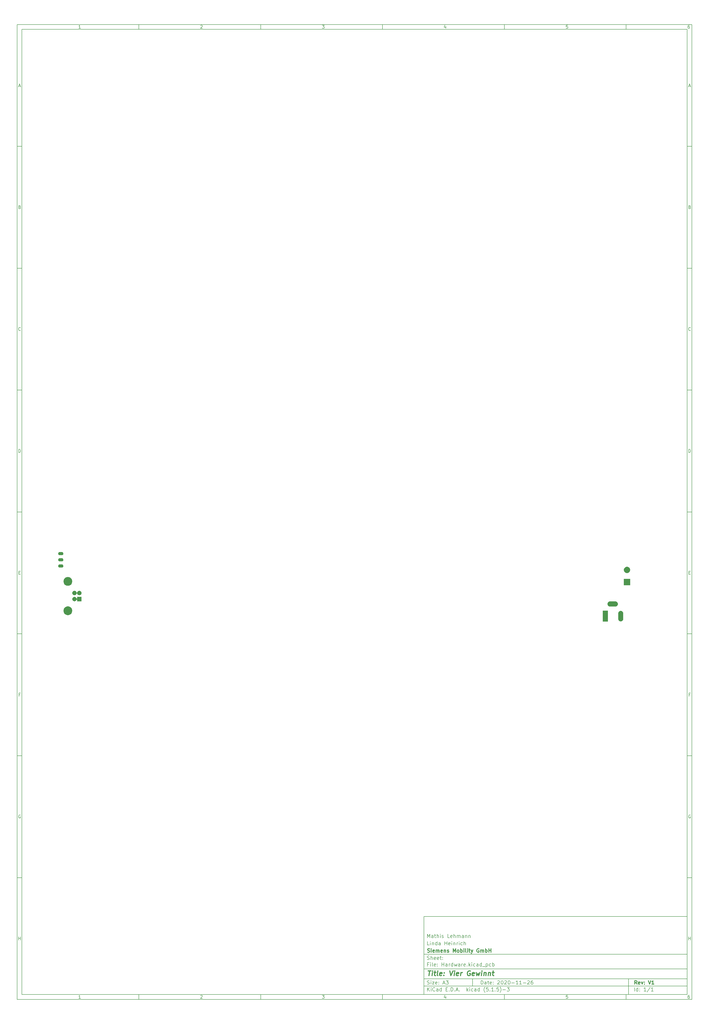
<source format=gbr>
G04 #@! TF.GenerationSoftware,KiCad,Pcbnew,(5.1.5)-3*
G04 #@! TF.CreationDate,2020-12-16T10:40:52+01:00*
G04 #@! TF.ProjectId,Hardware,48617264-7761-4726-952e-6b696361645f,V1*
G04 #@! TF.SameCoordinates,Original*
G04 #@! TF.FileFunction,Soldermask,Bot*
G04 #@! TF.FilePolarity,Negative*
%FSLAX46Y46*%
G04 Gerber Fmt 4.6, Leading zero omitted, Abs format (unit mm)*
G04 Created by KiCad (PCBNEW (5.1.5)-3) date 2020-12-16 10:40:52*
%MOMM*%
%LPD*%
G04 APERTURE LIST*
%ADD10C,0.100000*%
%ADD11C,0.150000*%
%ADD12C,0.300000*%
%ADD13C,0.400000*%
G04 APERTURE END LIST*
D10*
D11*
X177002200Y-375989000D02*
X177002200Y-407989000D01*
X285002200Y-407989000D01*
X285002200Y-375989000D01*
X177002200Y-375989000D01*
D10*
D11*
X10000000Y-10000000D02*
X10000000Y-409989000D01*
X287002200Y-409989000D01*
X287002200Y-10000000D01*
X10000000Y-10000000D01*
D10*
D11*
X12000000Y-12000000D02*
X12000000Y-407989000D01*
X285002200Y-407989000D01*
X285002200Y-12000000D01*
X12000000Y-12000000D01*
D10*
D11*
X60000000Y-12000000D02*
X60000000Y-10000000D01*
D10*
D11*
X110000000Y-12000000D02*
X110000000Y-10000000D01*
D10*
D11*
X160000000Y-12000000D02*
X160000000Y-10000000D01*
D10*
D11*
X210000000Y-12000000D02*
X210000000Y-10000000D01*
D10*
D11*
X260000000Y-12000000D02*
X260000000Y-10000000D01*
D10*
D11*
X36065476Y-11588095D02*
X35322619Y-11588095D01*
X35694047Y-11588095D02*
X35694047Y-10288095D01*
X35570238Y-10473809D01*
X35446428Y-10597619D01*
X35322619Y-10659523D01*
D10*
D11*
X85322619Y-10411904D02*
X85384523Y-10350000D01*
X85508333Y-10288095D01*
X85817857Y-10288095D01*
X85941666Y-10350000D01*
X86003571Y-10411904D01*
X86065476Y-10535714D01*
X86065476Y-10659523D01*
X86003571Y-10845238D01*
X85260714Y-11588095D01*
X86065476Y-11588095D01*
D10*
D11*
X135260714Y-10288095D02*
X136065476Y-10288095D01*
X135632142Y-10783333D01*
X135817857Y-10783333D01*
X135941666Y-10845238D01*
X136003571Y-10907142D01*
X136065476Y-11030952D01*
X136065476Y-11340476D01*
X136003571Y-11464285D01*
X135941666Y-11526190D01*
X135817857Y-11588095D01*
X135446428Y-11588095D01*
X135322619Y-11526190D01*
X135260714Y-11464285D01*
D10*
D11*
X185941666Y-10721428D02*
X185941666Y-11588095D01*
X185632142Y-10226190D02*
X185322619Y-11154761D01*
X186127380Y-11154761D01*
D10*
D11*
X236003571Y-10288095D02*
X235384523Y-10288095D01*
X235322619Y-10907142D01*
X235384523Y-10845238D01*
X235508333Y-10783333D01*
X235817857Y-10783333D01*
X235941666Y-10845238D01*
X236003571Y-10907142D01*
X236065476Y-11030952D01*
X236065476Y-11340476D01*
X236003571Y-11464285D01*
X235941666Y-11526190D01*
X235817857Y-11588095D01*
X235508333Y-11588095D01*
X235384523Y-11526190D01*
X235322619Y-11464285D01*
D10*
D11*
X285941666Y-10288095D02*
X285694047Y-10288095D01*
X285570238Y-10350000D01*
X285508333Y-10411904D01*
X285384523Y-10597619D01*
X285322619Y-10845238D01*
X285322619Y-11340476D01*
X285384523Y-11464285D01*
X285446428Y-11526190D01*
X285570238Y-11588095D01*
X285817857Y-11588095D01*
X285941666Y-11526190D01*
X286003571Y-11464285D01*
X286065476Y-11340476D01*
X286065476Y-11030952D01*
X286003571Y-10907142D01*
X285941666Y-10845238D01*
X285817857Y-10783333D01*
X285570238Y-10783333D01*
X285446428Y-10845238D01*
X285384523Y-10907142D01*
X285322619Y-11030952D01*
D10*
D11*
X60000000Y-407989000D02*
X60000000Y-409989000D01*
D10*
D11*
X110000000Y-407989000D02*
X110000000Y-409989000D01*
D10*
D11*
X160000000Y-407989000D02*
X160000000Y-409989000D01*
D10*
D11*
X210000000Y-407989000D02*
X210000000Y-409989000D01*
D10*
D11*
X260000000Y-407989000D02*
X260000000Y-409989000D01*
D10*
D11*
X36065476Y-409577095D02*
X35322619Y-409577095D01*
X35694047Y-409577095D02*
X35694047Y-408277095D01*
X35570238Y-408462809D01*
X35446428Y-408586619D01*
X35322619Y-408648523D01*
D10*
D11*
X85322619Y-408400904D02*
X85384523Y-408339000D01*
X85508333Y-408277095D01*
X85817857Y-408277095D01*
X85941666Y-408339000D01*
X86003571Y-408400904D01*
X86065476Y-408524714D01*
X86065476Y-408648523D01*
X86003571Y-408834238D01*
X85260714Y-409577095D01*
X86065476Y-409577095D01*
D10*
D11*
X135260714Y-408277095D02*
X136065476Y-408277095D01*
X135632142Y-408772333D01*
X135817857Y-408772333D01*
X135941666Y-408834238D01*
X136003571Y-408896142D01*
X136065476Y-409019952D01*
X136065476Y-409329476D01*
X136003571Y-409453285D01*
X135941666Y-409515190D01*
X135817857Y-409577095D01*
X135446428Y-409577095D01*
X135322619Y-409515190D01*
X135260714Y-409453285D01*
D10*
D11*
X185941666Y-408710428D02*
X185941666Y-409577095D01*
X185632142Y-408215190D02*
X185322619Y-409143761D01*
X186127380Y-409143761D01*
D10*
D11*
X236003571Y-408277095D02*
X235384523Y-408277095D01*
X235322619Y-408896142D01*
X235384523Y-408834238D01*
X235508333Y-408772333D01*
X235817857Y-408772333D01*
X235941666Y-408834238D01*
X236003571Y-408896142D01*
X236065476Y-409019952D01*
X236065476Y-409329476D01*
X236003571Y-409453285D01*
X235941666Y-409515190D01*
X235817857Y-409577095D01*
X235508333Y-409577095D01*
X235384523Y-409515190D01*
X235322619Y-409453285D01*
D10*
D11*
X285941666Y-408277095D02*
X285694047Y-408277095D01*
X285570238Y-408339000D01*
X285508333Y-408400904D01*
X285384523Y-408586619D01*
X285322619Y-408834238D01*
X285322619Y-409329476D01*
X285384523Y-409453285D01*
X285446428Y-409515190D01*
X285570238Y-409577095D01*
X285817857Y-409577095D01*
X285941666Y-409515190D01*
X286003571Y-409453285D01*
X286065476Y-409329476D01*
X286065476Y-409019952D01*
X286003571Y-408896142D01*
X285941666Y-408834238D01*
X285817857Y-408772333D01*
X285570238Y-408772333D01*
X285446428Y-408834238D01*
X285384523Y-408896142D01*
X285322619Y-409019952D01*
D10*
D11*
X10000000Y-60000000D02*
X12000000Y-60000000D01*
D10*
D11*
X10000000Y-110000000D02*
X12000000Y-110000000D01*
D10*
D11*
X10000000Y-160000000D02*
X12000000Y-160000000D01*
D10*
D11*
X10000000Y-210000000D02*
X12000000Y-210000000D01*
D10*
D11*
X10000000Y-260000000D02*
X12000000Y-260000000D01*
D10*
D11*
X10000000Y-310000000D02*
X12000000Y-310000000D01*
D10*
D11*
X10000000Y-360000000D02*
X12000000Y-360000000D01*
D10*
D11*
X10690476Y-35216666D02*
X11309523Y-35216666D01*
X10566666Y-35588095D02*
X11000000Y-34288095D01*
X11433333Y-35588095D01*
D10*
D11*
X11092857Y-84907142D02*
X11278571Y-84969047D01*
X11340476Y-85030952D01*
X11402380Y-85154761D01*
X11402380Y-85340476D01*
X11340476Y-85464285D01*
X11278571Y-85526190D01*
X11154761Y-85588095D01*
X10659523Y-85588095D01*
X10659523Y-84288095D01*
X11092857Y-84288095D01*
X11216666Y-84350000D01*
X11278571Y-84411904D01*
X11340476Y-84535714D01*
X11340476Y-84659523D01*
X11278571Y-84783333D01*
X11216666Y-84845238D01*
X11092857Y-84907142D01*
X10659523Y-84907142D01*
D10*
D11*
X11402380Y-135464285D02*
X11340476Y-135526190D01*
X11154761Y-135588095D01*
X11030952Y-135588095D01*
X10845238Y-135526190D01*
X10721428Y-135402380D01*
X10659523Y-135278571D01*
X10597619Y-135030952D01*
X10597619Y-134845238D01*
X10659523Y-134597619D01*
X10721428Y-134473809D01*
X10845238Y-134350000D01*
X11030952Y-134288095D01*
X11154761Y-134288095D01*
X11340476Y-134350000D01*
X11402380Y-134411904D01*
D10*
D11*
X10659523Y-185588095D02*
X10659523Y-184288095D01*
X10969047Y-184288095D01*
X11154761Y-184350000D01*
X11278571Y-184473809D01*
X11340476Y-184597619D01*
X11402380Y-184845238D01*
X11402380Y-185030952D01*
X11340476Y-185278571D01*
X11278571Y-185402380D01*
X11154761Y-185526190D01*
X10969047Y-185588095D01*
X10659523Y-185588095D01*
D10*
D11*
X10721428Y-234907142D02*
X11154761Y-234907142D01*
X11340476Y-235588095D02*
X10721428Y-235588095D01*
X10721428Y-234288095D01*
X11340476Y-234288095D01*
D10*
D11*
X11185714Y-284907142D02*
X10752380Y-284907142D01*
X10752380Y-285588095D02*
X10752380Y-284288095D01*
X11371428Y-284288095D01*
D10*
D11*
X11340476Y-334350000D02*
X11216666Y-334288095D01*
X11030952Y-334288095D01*
X10845238Y-334350000D01*
X10721428Y-334473809D01*
X10659523Y-334597619D01*
X10597619Y-334845238D01*
X10597619Y-335030952D01*
X10659523Y-335278571D01*
X10721428Y-335402380D01*
X10845238Y-335526190D01*
X11030952Y-335588095D01*
X11154761Y-335588095D01*
X11340476Y-335526190D01*
X11402380Y-335464285D01*
X11402380Y-335030952D01*
X11154761Y-335030952D01*
D10*
D11*
X10628571Y-385588095D02*
X10628571Y-384288095D01*
X10628571Y-384907142D02*
X11371428Y-384907142D01*
X11371428Y-385588095D02*
X11371428Y-384288095D01*
D10*
D11*
X287002200Y-60000000D02*
X285002200Y-60000000D01*
D10*
D11*
X287002200Y-110000000D02*
X285002200Y-110000000D01*
D10*
D11*
X287002200Y-160000000D02*
X285002200Y-160000000D01*
D10*
D11*
X287002200Y-210000000D02*
X285002200Y-210000000D01*
D10*
D11*
X287002200Y-260000000D02*
X285002200Y-260000000D01*
D10*
D11*
X287002200Y-310000000D02*
X285002200Y-310000000D01*
D10*
D11*
X287002200Y-360000000D02*
X285002200Y-360000000D01*
D10*
D11*
X285692676Y-35216666D02*
X286311723Y-35216666D01*
X285568866Y-35588095D02*
X286002200Y-34288095D01*
X286435533Y-35588095D01*
D10*
D11*
X286095057Y-84907142D02*
X286280771Y-84969047D01*
X286342676Y-85030952D01*
X286404580Y-85154761D01*
X286404580Y-85340476D01*
X286342676Y-85464285D01*
X286280771Y-85526190D01*
X286156961Y-85588095D01*
X285661723Y-85588095D01*
X285661723Y-84288095D01*
X286095057Y-84288095D01*
X286218866Y-84350000D01*
X286280771Y-84411904D01*
X286342676Y-84535714D01*
X286342676Y-84659523D01*
X286280771Y-84783333D01*
X286218866Y-84845238D01*
X286095057Y-84907142D01*
X285661723Y-84907142D01*
D10*
D11*
X286404580Y-135464285D02*
X286342676Y-135526190D01*
X286156961Y-135588095D01*
X286033152Y-135588095D01*
X285847438Y-135526190D01*
X285723628Y-135402380D01*
X285661723Y-135278571D01*
X285599819Y-135030952D01*
X285599819Y-134845238D01*
X285661723Y-134597619D01*
X285723628Y-134473809D01*
X285847438Y-134350000D01*
X286033152Y-134288095D01*
X286156961Y-134288095D01*
X286342676Y-134350000D01*
X286404580Y-134411904D01*
D10*
D11*
X285661723Y-185588095D02*
X285661723Y-184288095D01*
X285971247Y-184288095D01*
X286156961Y-184350000D01*
X286280771Y-184473809D01*
X286342676Y-184597619D01*
X286404580Y-184845238D01*
X286404580Y-185030952D01*
X286342676Y-185278571D01*
X286280771Y-185402380D01*
X286156961Y-185526190D01*
X285971247Y-185588095D01*
X285661723Y-185588095D01*
D10*
D11*
X285723628Y-234907142D02*
X286156961Y-234907142D01*
X286342676Y-235588095D02*
X285723628Y-235588095D01*
X285723628Y-234288095D01*
X286342676Y-234288095D01*
D10*
D11*
X286187914Y-284907142D02*
X285754580Y-284907142D01*
X285754580Y-285588095D02*
X285754580Y-284288095D01*
X286373628Y-284288095D01*
D10*
D11*
X286342676Y-334350000D02*
X286218866Y-334288095D01*
X286033152Y-334288095D01*
X285847438Y-334350000D01*
X285723628Y-334473809D01*
X285661723Y-334597619D01*
X285599819Y-334845238D01*
X285599819Y-335030952D01*
X285661723Y-335278571D01*
X285723628Y-335402380D01*
X285847438Y-335526190D01*
X286033152Y-335588095D01*
X286156961Y-335588095D01*
X286342676Y-335526190D01*
X286404580Y-335464285D01*
X286404580Y-335030952D01*
X286156961Y-335030952D01*
D10*
D11*
X285630771Y-385588095D02*
X285630771Y-384288095D01*
X285630771Y-384907142D02*
X286373628Y-384907142D01*
X286373628Y-385588095D02*
X286373628Y-384288095D01*
D10*
D11*
X200434342Y-403767571D02*
X200434342Y-402267571D01*
X200791485Y-402267571D01*
X201005771Y-402339000D01*
X201148628Y-402481857D01*
X201220057Y-402624714D01*
X201291485Y-402910428D01*
X201291485Y-403124714D01*
X201220057Y-403410428D01*
X201148628Y-403553285D01*
X201005771Y-403696142D01*
X200791485Y-403767571D01*
X200434342Y-403767571D01*
X202577200Y-403767571D02*
X202577200Y-402981857D01*
X202505771Y-402839000D01*
X202362914Y-402767571D01*
X202077200Y-402767571D01*
X201934342Y-402839000D01*
X202577200Y-403696142D02*
X202434342Y-403767571D01*
X202077200Y-403767571D01*
X201934342Y-403696142D01*
X201862914Y-403553285D01*
X201862914Y-403410428D01*
X201934342Y-403267571D01*
X202077200Y-403196142D01*
X202434342Y-403196142D01*
X202577200Y-403124714D01*
X203077200Y-402767571D02*
X203648628Y-402767571D01*
X203291485Y-402267571D02*
X203291485Y-403553285D01*
X203362914Y-403696142D01*
X203505771Y-403767571D01*
X203648628Y-403767571D01*
X204720057Y-403696142D02*
X204577200Y-403767571D01*
X204291485Y-403767571D01*
X204148628Y-403696142D01*
X204077200Y-403553285D01*
X204077200Y-402981857D01*
X204148628Y-402839000D01*
X204291485Y-402767571D01*
X204577200Y-402767571D01*
X204720057Y-402839000D01*
X204791485Y-402981857D01*
X204791485Y-403124714D01*
X204077200Y-403267571D01*
X205434342Y-403624714D02*
X205505771Y-403696142D01*
X205434342Y-403767571D01*
X205362914Y-403696142D01*
X205434342Y-403624714D01*
X205434342Y-403767571D01*
X205434342Y-402839000D02*
X205505771Y-402910428D01*
X205434342Y-402981857D01*
X205362914Y-402910428D01*
X205434342Y-402839000D01*
X205434342Y-402981857D01*
X207220057Y-402410428D02*
X207291485Y-402339000D01*
X207434342Y-402267571D01*
X207791485Y-402267571D01*
X207934342Y-402339000D01*
X208005771Y-402410428D01*
X208077200Y-402553285D01*
X208077200Y-402696142D01*
X208005771Y-402910428D01*
X207148628Y-403767571D01*
X208077200Y-403767571D01*
X209005771Y-402267571D02*
X209148628Y-402267571D01*
X209291485Y-402339000D01*
X209362914Y-402410428D01*
X209434342Y-402553285D01*
X209505771Y-402839000D01*
X209505771Y-403196142D01*
X209434342Y-403481857D01*
X209362914Y-403624714D01*
X209291485Y-403696142D01*
X209148628Y-403767571D01*
X209005771Y-403767571D01*
X208862914Y-403696142D01*
X208791485Y-403624714D01*
X208720057Y-403481857D01*
X208648628Y-403196142D01*
X208648628Y-402839000D01*
X208720057Y-402553285D01*
X208791485Y-402410428D01*
X208862914Y-402339000D01*
X209005771Y-402267571D01*
X210077200Y-402410428D02*
X210148628Y-402339000D01*
X210291485Y-402267571D01*
X210648628Y-402267571D01*
X210791485Y-402339000D01*
X210862914Y-402410428D01*
X210934342Y-402553285D01*
X210934342Y-402696142D01*
X210862914Y-402910428D01*
X210005771Y-403767571D01*
X210934342Y-403767571D01*
X211862914Y-402267571D02*
X212005771Y-402267571D01*
X212148628Y-402339000D01*
X212220057Y-402410428D01*
X212291485Y-402553285D01*
X212362914Y-402839000D01*
X212362914Y-403196142D01*
X212291485Y-403481857D01*
X212220057Y-403624714D01*
X212148628Y-403696142D01*
X212005771Y-403767571D01*
X211862914Y-403767571D01*
X211720057Y-403696142D01*
X211648628Y-403624714D01*
X211577200Y-403481857D01*
X211505771Y-403196142D01*
X211505771Y-402839000D01*
X211577200Y-402553285D01*
X211648628Y-402410428D01*
X211720057Y-402339000D01*
X211862914Y-402267571D01*
X213005771Y-403196142D02*
X214148628Y-403196142D01*
X215648628Y-403767571D02*
X214791485Y-403767571D01*
X215220057Y-403767571D02*
X215220057Y-402267571D01*
X215077200Y-402481857D01*
X214934342Y-402624714D01*
X214791485Y-402696142D01*
X217077200Y-403767571D02*
X216220057Y-403767571D01*
X216648628Y-403767571D02*
X216648628Y-402267571D01*
X216505771Y-402481857D01*
X216362914Y-402624714D01*
X216220057Y-402696142D01*
X217720057Y-403196142D02*
X218862914Y-403196142D01*
X219505771Y-402410428D02*
X219577200Y-402339000D01*
X219720057Y-402267571D01*
X220077200Y-402267571D01*
X220220057Y-402339000D01*
X220291485Y-402410428D01*
X220362914Y-402553285D01*
X220362914Y-402696142D01*
X220291485Y-402910428D01*
X219434342Y-403767571D01*
X220362914Y-403767571D01*
X221648628Y-402267571D02*
X221362914Y-402267571D01*
X221220057Y-402339000D01*
X221148628Y-402410428D01*
X221005771Y-402624714D01*
X220934342Y-402910428D01*
X220934342Y-403481857D01*
X221005771Y-403624714D01*
X221077200Y-403696142D01*
X221220057Y-403767571D01*
X221505771Y-403767571D01*
X221648628Y-403696142D01*
X221720057Y-403624714D01*
X221791485Y-403481857D01*
X221791485Y-403124714D01*
X221720057Y-402981857D01*
X221648628Y-402910428D01*
X221505771Y-402839000D01*
X221220057Y-402839000D01*
X221077200Y-402910428D01*
X221005771Y-402981857D01*
X220934342Y-403124714D01*
D10*
D11*
X177002200Y-404489000D02*
X285002200Y-404489000D01*
D10*
D11*
X178434342Y-406567571D02*
X178434342Y-405067571D01*
X179291485Y-406567571D02*
X178648628Y-405710428D01*
X179291485Y-405067571D02*
X178434342Y-405924714D01*
X179934342Y-406567571D02*
X179934342Y-405567571D01*
X179934342Y-405067571D02*
X179862914Y-405139000D01*
X179934342Y-405210428D01*
X180005771Y-405139000D01*
X179934342Y-405067571D01*
X179934342Y-405210428D01*
X181505771Y-406424714D02*
X181434342Y-406496142D01*
X181220057Y-406567571D01*
X181077200Y-406567571D01*
X180862914Y-406496142D01*
X180720057Y-406353285D01*
X180648628Y-406210428D01*
X180577200Y-405924714D01*
X180577200Y-405710428D01*
X180648628Y-405424714D01*
X180720057Y-405281857D01*
X180862914Y-405139000D01*
X181077200Y-405067571D01*
X181220057Y-405067571D01*
X181434342Y-405139000D01*
X181505771Y-405210428D01*
X182791485Y-406567571D02*
X182791485Y-405781857D01*
X182720057Y-405639000D01*
X182577200Y-405567571D01*
X182291485Y-405567571D01*
X182148628Y-405639000D01*
X182791485Y-406496142D02*
X182648628Y-406567571D01*
X182291485Y-406567571D01*
X182148628Y-406496142D01*
X182077200Y-406353285D01*
X182077200Y-406210428D01*
X182148628Y-406067571D01*
X182291485Y-405996142D01*
X182648628Y-405996142D01*
X182791485Y-405924714D01*
X184148628Y-406567571D02*
X184148628Y-405067571D01*
X184148628Y-406496142D02*
X184005771Y-406567571D01*
X183720057Y-406567571D01*
X183577200Y-406496142D01*
X183505771Y-406424714D01*
X183434342Y-406281857D01*
X183434342Y-405853285D01*
X183505771Y-405710428D01*
X183577200Y-405639000D01*
X183720057Y-405567571D01*
X184005771Y-405567571D01*
X184148628Y-405639000D01*
X186005771Y-405781857D02*
X186505771Y-405781857D01*
X186720057Y-406567571D02*
X186005771Y-406567571D01*
X186005771Y-405067571D01*
X186720057Y-405067571D01*
X187362914Y-406424714D02*
X187434342Y-406496142D01*
X187362914Y-406567571D01*
X187291485Y-406496142D01*
X187362914Y-406424714D01*
X187362914Y-406567571D01*
X188077200Y-406567571D02*
X188077200Y-405067571D01*
X188434342Y-405067571D01*
X188648628Y-405139000D01*
X188791485Y-405281857D01*
X188862914Y-405424714D01*
X188934342Y-405710428D01*
X188934342Y-405924714D01*
X188862914Y-406210428D01*
X188791485Y-406353285D01*
X188648628Y-406496142D01*
X188434342Y-406567571D01*
X188077200Y-406567571D01*
X189577200Y-406424714D02*
X189648628Y-406496142D01*
X189577200Y-406567571D01*
X189505771Y-406496142D01*
X189577200Y-406424714D01*
X189577200Y-406567571D01*
X190220057Y-406139000D02*
X190934342Y-406139000D01*
X190077200Y-406567571D02*
X190577200Y-405067571D01*
X191077200Y-406567571D01*
X191577200Y-406424714D02*
X191648628Y-406496142D01*
X191577200Y-406567571D01*
X191505771Y-406496142D01*
X191577200Y-406424714D01*
X191577200Y-406567571D01*
X194577200Y-406567571D02*
X194577200Y-405067571D01*
X194720057Y-405996142D02*
X195148628Y-406567571D01*
X195148628Y-405567571D02*
X194577200Y-406139000D01*
X195791485Y-406567571D02*
X195791485Y-405567571D01*
X195791485Y-405067571D02*
X195720057Y-405139000D01*
X195791485Y-405210428D01*
X195862914Y-405139000D01*
X195791485Y-405067571D01*
X195791485Y-405210428D01*
X197148628Y-406496142D02*
X197005771Y-406567571D01*
X196720057Y-406567571D01*
X196577200Y-406496142D01*
X196505771Y-406424714D01*
X196434342Y-406281857D01*
X196434342Y-405853285D01*
X196505771Y-405710428D01*
X196577200Y-405639000D01*
X196720057Y-405567571D01*
X197005771Y-405567571D01*
X197148628Y-405639000D01*
X198434342Y-406567571D02*
X198434342Y-405781857D01*
X198362914Y-405639000D01*
X198220057Y-405567571D01*
X197934342Y-405567571D01*
X197791485Y-405639000D01*
X198434342Y-406496142D02*
X198291485Y-406567571D01*
X197934342Y-406567571D01*
X197791485Y-406496142D01*
X197720057Y-406353285D01*
X197720057Y-406210428D01*
X197791485Y-406067571D01*
X197934342Y-405996142D01*
X198291485Y-405996142D01*
X198434342Y-405924714D01*
X199791485Y-406567571D02*
X199791485Y-405067571D01*
X199791485Y-406496142D02*
X199648628Y-406567571D01*
X199362914Y-406567571D01*
X199220057Y-406496142D01*
X199148628Y-406424714D01*
X199077200Y-406281857D01*
X199077200Y-405853285D01*
X199148628Y-405710428D01*
X199220057Y-405639000D01*
X199362914Y-405567571D01*
X199648628Y-405567571D01*
X199791485Y-405639000D01*
X202077200Y-407139000D02*
X202005771Y-407067571D01*
X201862914Y-406853285D01*
X201791485Y-406710428D01*
X201720057Y-406496142D01*
X201648628Y-406139000D01*
X201648628Y-405853285D01*
X201720057Y-405496142D01*
X201791485Y-405281857D01*
X201862914Y-405139000D01*
X202005771Y-404924714D01*
X202077200Y-404853285D01*
X203362914Y-405067571D02*
X202648628Y-405067571D01*
X202577200Y-405781857D01*
X202648628Y-405710428D01*
X202791485Y-405639000D01*
X203148628Y-405639000D01*
X203291485Y-405710428D01*
X203362914Y-405781857D01*
X203434342Y-405924714D01*
X203434342Y-406281857D01*
X203362914Y-406424714D01*
X203291485Y-406496142D01*
X203148628Y-406567571D01*
X202791485Y-406567571D01*
X202648628Y-406496142D01*
X202577200Y-406424714D01*
X204077200Y-406424714D02*
X204148628Y-406496142D01*
X204077200Y-406567571D01*
X204005771Y-406496142D01*
X204077200Y-406424714D01*
X204077200Y-406567571D01*
X205577200Y-406567571D02*
X204720057Y-406567571D01*
X205148628Y-406567571D02*
X205148628Y-405067571D01*
X205005771Y-405281857D01*
X204862914Y-405424714D01*
X204720057Y-405496142D01*
X206220057Y-406424714D02*
X206291485Y-406496142D01*
X206220057Y-406567571D01*
X206148628Y-406496142D01*
X206220057Y-406424714D01*
X206220057Y-406567571D01*
X207648628Y-405067571D02*
X206934342Y-405067571D01*
X206862914Y-405781857D01*
X206934342Y-405710428D01*
X207077200Y-405639000D01*
X207434342Y-405639000D01*
X207577200Y-405710428D01*
X207648628Y-405781857D01*
X207720057Y-405924714D01*
X207720057Y-406281857D01*
X207648628Y-406424714D01*
X207577200Y-406496142D01*
X207434342Y-406567571D01*
X207077200Y-406567571D01*
X206934342Y-406496142D01*
X206862914Y-406424714D01*
X208220057Y-407139000D02*
X208291485Y-407067571D01*
X208434342Y-406853285D01*
X208505771Y-406710428D01*
X208577200Y-406496142D01*
X208648628Y-406139000D01*
X208648628Y-405853285D01*
X208577200Y-405496142D01*
X208505771Y-405281857D01*
X208434342Y-405139000D01*
X208291485Y-404924714D01*
X208220057Y-404853285D01*
X209362914Y-405996142D02*
X210505771Y-405996142D01*
X211077200Y-405067571D02*
X212005771Y-405067571D01*
X211505771Y-405639000D01*
X211720057Y-405639000D01*
X211862914Y-405710428D01*
X211934342Y-405781857D01*
X212005771Y-405924714D01*
X212005771Y-406281857D01*
X211934342Y-406424714D01*
X211862914Y-406496142D01*
X211720057Y-406567571D01*
X211291485Y-406567571D01*
X211148628Y-406496142D01*
X211077200Y-406424714D01*
D10*
D11*
X177002200Y-401489000D02*
X285002200Y-401489000D01*
D10*
D12*
X264411485Y-403767571D02*
X263911485Y-403053285D01*
X263554342Y-403767571D02*
X263554342Y-402267571D01*
X264125771Y-402267571D01*
X264268628Y-402339000D01*
X264340057Y-402410428D01*
X264411485Y-402553285D01*
X264411485Y-402767571D01*
X264340057Y-402910428D01*
X264268628Y-402981857D01*
X264125771Y-403053285D01*
X263554342Y-403053285D01*
X265625771Y-403696142D02*
X265482914Y-403767571D01*
X265197200Y-403767571D01*
X265054342Y-403696142D01*
X264982914Y-403553285D01*
X264982914Y-402981857D01*
X265054342Y-402839000D01*
X265197200Y-402767571D01*
X265482914Y-402767571D01*
X265625771Y-402839000D01*
X265697200Y-402981857D01*
X265697200Y-403124714D01*
X264982914Y-403267571D01*
X266197200Y-402767571D02*
X266554342Y-403767571D01*
X266911485Y-402767571D01*
X267482914Y-403624714D02*
X267554342Y-403696142D01*
X267482914Y-403767571D01*
X267411485Y-403696142D01*
X267482914Y-403624714D01*
X267482914Y-403767571D01*
X267482914Y-402839000D02*
X267554342Y-402910428D01*
X267482914Y-402981857D01*
X267411485Y-402910428D01*
X267482914Y-402839000D01*
X267482914Y-402981857D01*
X269125771Y-402267571D02*
X269625771Y-403767571D01*
X270125771Y-402267571D01*
X271411485Y-403767571D02*
X270554342Y-403767571D01*
X270982914Y-403767571D02*
X270982914Y-402267571D01*
X270840057Y-402481857D01*
X270697200Y-402624714D01*
X270554342Y-402696142D01*
D10*
D11*
X178362914Y-403696142D02*
X178577200Y-403767571D01*
X178934342Y-403767571D01*
X179077200Y-403696142D01*
X179148628Y-403624714D01*
X179220057Y-403481857D01*
X179220057Y-403339000D01*
X179148628Y-403196142D01*
X179077200Y-403124714D01*
X178934342Y-403053285D01*
X178648628Y-402981857D01*
X178505771Y-402910428D01*
X178434342Y-402839000D01*
X178362914Y-402696142D01*
X178362914Y-402553285D01*
X178434342Y-402410428D01*
X178505771Y-402339000D01*
X178648628Y-402267571D01*
X179005771Y-402267571D01*
X179220057Y-402339000D01*
X179862914Y-403767571D02*
X179862914Y-402767571D01*
X179862914Y-402267571D02*
X179791485Y-402339000D01*
X179862914Y-402410428D01*
X179934342Y-402339000D01*
X179862914Y-402267571D01*
X179862914Y-402410428D01*
X180434342Y-402767571D02*
X181220057Y-402767571D01*
X180434342Y-403767571D01*
X181220057Y-403767571D01*
X182362914Y-403696142D02*
X182220057Y-403767571D01*
X181934342Y-403767571D01*
X181791485Y-403696142D01*
X181720057Y-403553285D01*
X181720057Y-402981857D01*
X181791485Y-402839000D01*
X181934342Y-402767571D01*
X182220057Y-402767571D01*
X182362914Y-402839000D01*
X182434342Y-402981857D01*
X182434342Y-403124714D01*
X181720057Y-403267571D01*
X183077200Y-403624714D02*
X183148628Y-403696142D01*
X183077200Y-403767571D01*
X183005771Y-403696142D01*
X183077200Y-403624714D01*
X183077200Y-403767571D01*
X183077200Y-402839000D02*
X183148628Y-402910428D01*
X183077200Y-402981857D01*
X183005771Y-402910428D01*
X183077200Y-402839000D01*
X183077200Y-402981857D01*
X184862914Y-403339000D02*
X185577200Y-403339000D01*
X184720057Y-403767571D02*
X185220057Y-402267571D01*
X185720057Y-403767571D01*
X186077200Y-402267571D02*
X187005771Y-402267571D01*
X186505771Y-402839000D01*
X186720057Y-402839000D01*
X186862914Y-402910428D01*
X186934342Y-402981857D01*
X187005771Y-403124714D01*
X187005771Y-403481857D01*
X186934342Y-403624714D01*
X186862914Y-403696142D01*
X186720057Y-403767571D01*
X186291485Y-403767571D01*
X186148628Y-403696142D01*
X186077200Y-403624714D01*
D10*
D11*
X263434342Y-406567571D02*
X263434342Y-405067571D01*
X264791485Y-406567571D02*
X264791485Y-405067571D01*
X264791485Y-406496142D02*
X264648628Y-406567571D01*
X264362914Y-406567571D01*
X264220057Y-406496142D01*
X264148628Y-406424714D01*
X264077200Y-406281857D01*
X264077200Y-405853285D01*
X264148628Y-405710428D01*
X264220057Y-405639000D01*
X264362914Y-405567571D01*
X264648628Y-405567571D01*
X264791485Y-405639000D01*
X265505771Y-406424714D02*
X265577200Y-406496142D01*
X265505771Y-406567571D01*
X265434342Y-406496142D01*
X265505771Y-406424714D01*
X265505771Y-406567571D01*
X265505771Y-405639000D02*
X265577200Y-405710428D01*
X265505771Y-405781857D01*
X265434342Y-405710428D01*
X265505771Y-405639000D01*
X265505771Y-405781857D01*
X268148628Y-406567571D02*
X267291485Y-406567571D01*
X267720057Y-406567571D02*
X267720057Y-405067571D01*
X267577200Y-405281857D01*
X267434342Y-405424714D01*
X267291485Y-405496142D01*
X269862914Y-404996142D02*
X268577200Y-406924714D01*
X271148628Y-406567571D02*
X270291485Y-406567571D01*
X270720057Y-406567571D02*
X270720057Y-405067571D01*
X270577200Y-405281857D01*
X270434342Y-405424714D01*
X270291485Y-405496142D01*
D10*
D11*
X177002200Y-397489000D02*
X285002200Y-397489000D01*
D10*
D13*
X178714580Y-398193761D02*
X179857438Y-398193761D01*
X179036009Y-400193761D02*
X179286009Y-398193761D01*
X180274104Y-400193761D02*
X180440771Y-398860428D01*
X180524104Y-398193761D02*
X180416961Y-398289000D01*
X180500295Y-398384238D01*
X180607438Y-398289000D01*
X180524104Y-398193761D01*
X180500295Y-398384238D01*
X181107438Y-398860428D02*
X181869342Y-398860428D01*
X181476485Y-398193761D02*
X181262200Y-399908047D01*
X181333628Y-400098523D01*
X181512200Y-400193761D01*
X181702676Y-400193761D01*
X182655057Y-400193761D02*
X182476485Y-400098523D01*
X182405057Y-399908047D01*
X182619342Y-398193761D01*
X184190771Y-400098523D02*
X183988390Y-400193761D01*
X183607438Y-400193761D01*
X183428866Y-400098523D01*
X183357438Y-399908047D01*
X183452676Y-399146142D01*
X183571723Y-398955666D01*
X183774104Y-398860428D01*
X184155057Y-398860428D01*
X184333628Y-398955666D01*
X184405057Y-399146142D01*
X184381247Y-399336619D01*
X183405057Y-399527095D01*
X185155057Y-400003285D02*
X185238390Y-400098523D01*
X185131247Y-400193761D01*
X185047914Y-400098523D01*
X185155057Y-400003285D01*
X185131247Y-400193761D01*
X185286009Y-398955666D02*
X185369342Y-399050904D01*
X185262200Y-399146142D01*
X185178866Y-399050904D01*
X185286009Y-398955666D01*
X185262200Y-399146142D01*
X187571723Y-398193761D02*
X187988390Y-400193761D01*
X188905057Y-398193761D01*
X189321723Y-400193761D02*
X189488390Y-398860428D01*
X189571723Y-398193761D02*
X189464580Y-398289000D01*
X189547914Y-398384238D01*
X189655057Y-398289000D01*
X189571723Y-398193761D01*
X189547914Y-398384238D01*
X191047914Y-400098523D02*
X190845533Y-400193761D01*
X190464580Y-400193761D01*
X190286009Y-400098523D01*
X190214580Y-399908047D01*
X190309819Y-399146142D01*
X190428866Y-398955666D01*
X190631247Y-398860428D01*
X191012200Y-398860428D01*
X191190771Y-398955666D01*
X191262200Y-399146142D01*
X191238390Y-399336619D01*
X190262200Y-399527095D01*
X191988390Y-400193761D02*
X192155057Y-398860428D01*
X192107438Y-399241380D02*
X192226485Y-399050904D01*
X192333628Y-398955666D01*
X192536009Y-398860428D01*
X192726485Y-398860428D01*
X196036009Y-398289000D02*
X195857438Y-398193761D01*
X195571723Y-398193761D01*
X195274104Y-398289000D01*
X195059819Y-398479476D01*
X194940771Y-398669952D01*
X194797914Y-399050904D01*
X194762200Y-399336619D01*
X194809819Y-399717571D01*
X194881247Y-399908047D01*
X195047914Y-400098523D01*
X195321723Y-400193761D01*
X195512200Y-400193761D01*
X195809819Y-400098523D01*
X195916961Y-400003285D01*
X196000295Y-399336619D01*
X195619342Y-399336619D01*
X197524104Y-400098523D02*
X197321723Y-400193761D01*
X196940771Y-400193761D01*
X196762200Y-400098523D01*
X196690771Y-399908047D01*
X196786009Y-399146142D01*
X196905057Y-398955666D01*
X197107438Y-398860428D01*
X197488390Y-398860428D01*
X197666961Y-398955666D01*
X197738390Y-399146142D01*
X197714580Y-399336619D01*
X196738390Y-399527095D01*
X198440771Y-398860428D02*
X198655057Y-400193761D01*
X199155057Y-399241380D01*
X199416961Y-400193761D01*
X199964580Y-398860428D01*
X200559819Y-400193761D02*
X200726485Y-398860428D01*
X200809819Y-398193761D02*
X200702676Y-398289000D01*
X200786009Y-398384238D01*
X200893152Y-398289000D01*
X200809819Y-398193761D01*
X200786009Y-398384238D01*
X201678866Y-398860428D02*
X201512200Y-400193761D01*
X201655057Y-399050904D02*
X201762200Y-398955666D01*
X201964580Y-398860428D01*
X202250295Y-398860428D01*
X202428866Y-398955666D01*
X202500295Y-399146142D01*
X202369342Y-400193761D01*
X203488390Y-398860428D02*
X203321723Y-400193761D01*
X203464580Y-399050904D02*
X203571723Y-398955666D01*
X203774104Y-398860428D01*
X204059819Y-398860428D01*
X204238390Y-398955666D01*
X204309819Y-399146142D01*
X204178866Y-400193761D01*
X205012200Y-398860428D02*
X205774104Y-398860428D01*
X205381247Y-398193761D02*
X205166961Y-399908047D01*
X205238390Y-400098523D01*
X205416961Y-400193761D01*
X205607438Y-400193761D01*
D10*
D11*
X178934342Y-395581857D02*
X178434342Y-395581857D01*
X178434342Y-396367571D02*
X178434342Y-394867571D01*
X179148628Y-394867571D01*
X179720057Y-396367571D02*
X179720057Y-395367571D01*
X179720057Y-394867571D02*
X179648628Y-394939000D01*
X179720057Y-395010428D01*
X179791485Y-394939000D01*
X179720057Y-394867571D01*
X179720057Y-395010428D01*
X180648628Y-396367571D02*
X180505771Y-396296142D01*
X180434342Y-396153285D01*
X180434342Y-394867571D01*
X181791485Y-396296142D02*
X181648628Y-396367571D01*
X181362914Y-396367571D01*
X181220057Y-396296142D01*
X181148628Y-396153285D01*
X181148628Y-395581857D01*
X181220057Y-395439000D01*
X181362914Y-395367571D01*
X181648628Y-395367571D01*
X181791485Y-395439000D01*
X181862914Y-395581857D01*
X181862914Y-395724714D01*
X181148628Y-395867571D01*
X182505771Y-396224714D02*
X182577200Y-396296142D01*
X182505771Y-396367571D01*
X182434342Y-396296142D01*
X182505771Y-396224714D01*
X182505771Y-396367571D01*
X182505771Y-395439000D02*
X182577200Y-395510428D01*
X182505771Y-395581857D01*
X182434342Y-395510428D01*
X182505771Y-395439000D01*
X182505771Y-395581857D01*
X184362914Y-396367571D02*
X184362914Y-394867571D01*
X184362914Y-395581857D02*
X185220057Y-395581857D01*
X185220057Y-396367571D02*
X185220057Y-394867571D01*
X186577200Y-396367571D02*
X186577200Y-395581857D01*
X186505771Y-395439000D01*
X186362914Y-395367571D01*
X186077200Y-395367571D01*
X185934342Y-395439000D01*
X186577200Y-396296142D02*
X186434342Y-396367571D01*
X186077200Y-396367571D01*
X185934342Y-396296142D01*
X185862914Y-396153285D01*
X185862914Y-396010428D01*
X185934342Y-395867571D01*
X186077200Y-395796142D01*
X186434342Y-395796142D01*
X186577200Y-395724714D01*
X187291485Y-396367571D02*
X187291485Y-395367571D01*
X187291485Y-395653285D02*
X187362914Y-395510428D01*
X187434342Y-395439000D01*
X187577200Y-395367571D01*
X187720057Y-395367571D01*
X188862914Y-396367571D02*
X188862914Y-394867571D01*
X188862914Y-396296142D02*
X188720057Y-396367571D01*
X188434342Y-396367571D01*
X188291485Y-396296142D01*
X188220057Y-396224714D01*
X188148628Y-396081857D01*
X188148628Y-395653285D01*
X188220057Y-395510428D01*
X188291485Y-395439000D01*
X188434342Y-395367571D01*
X188720057Y-395367571D01*
X188862914Y-395439000D01*
X189434342Y-395367571D02*
X189720057Y-396367571D01*
X190005771Y-395653285D01*
X190291485Y-396367571D01*
X190577200Y-395367571D01*
X191791485Y-396367571D02*
X191791485Y-395581857D01*
X191720057Y-395439000D01*
X191577200Y-395367571D01*
X191291485Y-395367571D01*
X191148628Y-395439000D01*
X191791485Y-396296142D02*
X191648628Y-396367571D01*
X191291485Y-396367571D01*
X191148628Y-396296142D01*
X191077200Y-396153285D01*
X191077200Y-396010428D01*
X191148628Y-395867571D01*
X191291485Y-395796142D01*
X191648628Y-395796142D01*
X191791485Y-395724714D01*
X192505771Y-396367571D02*
X192505771Y-395367571D01*
X192505771Y-395653285D02*
X192577200Y-395510428D01*
X192648628Y-395439000D01*
X192791485Y-395367571D01*
X192934342Y-395367571D01*
X194005771Y-396296142D02*
X193862914Y-396367571D01*
X193577200Y-396367571D01*
X193434342Y-396296142D01*
X193362914Y-396153285D01*
X193362914Y-395581857D01*
X193434342Y-395439000D01*
X193577200Y-395367571D01*
X193862914Y-395367571D01*
X194005771Y-395439000D01*
X194077200Y-395581857D01*
X194077200Y-395724714D01*
X193362914Y-395867571D01*
X194720057Y-396224714D02*
X194791485Y-396296142D01*
X194720057Y-396367571D01*
X194648628Y-396296142D01*
X194720057Y-396224714D01*
X194720057Y-396367571D01*
X195434342Y-396367571D02*
X195434342Y-394867571D01*
X195577200Y-395796142D02*
X196005771Y-396367571D01*
X196005771Y-395367571D02*
X195434342Y-395939000D01*
X196648628Y-396367571D02*
X196648628Y-395367571D01*
X196648628Y-394867571D02*
X196577200Y-394939000D01*
X196648628Y-395010428D01*
X196720057Y-394939000D01*
X196648628Y-394867571D01*
X196648628Y-395010428D01*
X198005771Y-396296142D02*
X197862914Y-396367571D01*
X197577200Y-396367571D01*
X197434342Y-396296142D01*
X197362914Y-396224714D01*
X197291485Y-396081857D01*
X197291485Y-395653285D01*
X197362914Y-395510428D01*
X197434342Y-395439000D01*
X197577200Y-395367571D01*
X197862914Y-395367571D01*
X198005771Y-395439000D01*
X199291485Y-396367571D02*
X199291485Y-395581857D01*
X199220057Y-395439000D01*
X199077200Y-395367571D01*
X198791485Y-395367571D01*
X198648628Y-395439000D01*
X199291485Y-396296142D02*
X199148628Y-396367571D01*
X198791485Y-396367571D01*
X198648628Y-396296142D01*
X198577200Y-396153285D01*
X198577200Y-396010428D01*
X198648628Y-395867571D01*
X198791485Y-395796142D01*
X199148628Y-395796142D01*
X199291485Y-395724714D01*
X200648628Y-396367571D02*
X200648628Y-394867571D01*
X200648628Y-396296142D02*
X200505771Y-396367571D01*
X200220057Y-396367571D01*
X200077200Y-396296142D01*
X200005771Y-396224714D01*
X199934342Y-396081857D01*
X199934342Y-395653285D01*
X200005771Y-395510428D01*
X200077200Y-395439000D01*
X200220057Y-395367571D01*
X200505771Y-395367571D01*
X200648628Y-395439000D01*
X201005771Y-396510428D02*
X202148628Y-396510428D01*
X202505771Y-395367571D02*
X202505771Y-396867571D01*
X202505771Y-395439000D02*
X202648628Y-395367571D01*
X202934342Y-395367571D01*
X203077200Y-395439000D01*
X203148628Y-395510428D01*
X203220057Y-395653285D01*
X203220057Y-396081857D01*
X203148628Y-396224714D01*
X203077200Y-396296142D01*
X202934342Y-396367571D01*
X202648628Y-396367571D01*
X202505771Y-396296142D01*
X204505771Y-396296142D02*
X204362914Y-396367571D01*
X204077200Y-396367571D01*
X203934342Y-396296142D01*
X203862914Y-396224714D01*
X203791485Y-396081857D01*
X203791485Y-395653285D01*
X203862914Y-395510428D01*
X203934342Y-395439000D01*
X204077200Y-395367571D01*
X204362914Y-395367571D01*
X204505771Y-395439000D01*
X205148628Y-396367571D02*
X205148628Y-394867571D01*
X205148628Y-395439000D02*
X205291485Y-395367571D01*
X205577200Y-395367571D01*
X205720057Y-395439000D01*
X205791485Y-395510428D01*
X205862914Y-395653285D01*
X205862914Y-396081857D01*
X205791485Y-396224714D01*
X205720057Y-396296142D01*
X205577200Y-396367571D01*
X205291485Y-396367571D01*
X205148628Y-396296142D01*
D10*
D11*
X177002200Y-391489000D02*
X285002200Y-391489000D01*
D10*
D11*
X178362914Y-393596142D02*
X178577200Y-393667571D01*
X178934342Y-393667571D01*
X179077200Y-393596142D01*
X179148628Y-393524714D01*
X179220057Y-393381857D01*
X179220057Y-393239000D01*
X179148628Y-393096142D01*
X179077200Y-393024714D01*
X178934342Y-392953285D01*
X178648628Y-392881857D01*
X178505771Y-392810428D01*
X178434342Y-392739000D01*
X178362914Y-392596142D01*
X178362914Y-392453285D01*
X178434342Y-392310428D01*
X178505771Y-392239000D01*
X178648628Y-392167571D01*
X179005771Y-392167571D01*
X179220057Y-392239000D01*
X179862914Y-393667571D02*
X179862914Y-392167571D01*
X180505771Y-393667571D02*
X180505771Y-392881857D01*
X180434342Y-392739000D01*
X180291485Y-392667571D01*
X180077200Y-392667571D01*
X179934342Y-392739000D01*
X179862914Y-392810428D01*
X181791485Y-393596142D02*
X181648628Y-393667571D01*
X181362914Y-393667571D01*
X181220057Y-393596142D01*
X181148628Y-393453285D01*
X181148628Y-392881857D01*
X181220057Y-392739000D01*
X181362914Y-392667571D01*
X181648628Y-392667571D01*
X181791485Y-392739000D01*
X181862914Y-392881857D01*
X181862914Y-393024714D01*
X181148628Y-393167571D01*
X183077200Y-393596142D02*
X182934342Y-393667571D01*
X182648628Y-393667571D01*
X182505771Y-393596142D01*
X182434342Y-393453285D01*
X182434342Y-392881857D01*
X182505771Y-392739000D01*
X182648628Y-392667571D01*
X182934342Y-392667571D01*
X183077200Y-392739000D01*
X183148628Y-392881857D01*
X183148628Y-393024714D01*
X182434342Y-393167571D01*
X183577200Y-392667571D02*
X184148628Y-392667571D01*
X183791485Y-392167571D02*
X183791485Y-393453285D01*
X183862914Y-393596142D01*
X184005771Y-393667571D01*
X184148628Y-393667571D01*
X184648628Y-393524714D02*
X184720057Y-393596142D01*
X184648628Y-393667571D01*
X184577200Y-393596142D01*
X184648628Y-393524714D01*
X184648628Y-393667571D01*
X184648628Y-392739000D02*
X184720057Y-392810428D01*
X184648628Y-392881857D01*
X184577200Y-392810428D01*
X184648628Y-392739000D01*
X184648628Y-392881857D01*
D10*
D12*
X178482914Y-390596142D02*
X178697200Y-390667571D01*
X179054342Y-390667571D01*
X179197200Y-390596142D01*
X179268628Y-390524714D01*
X179340057Y-390381857D01*
X179340057Y-390239000D01*
X179268628Y-390096142D01*
X179197200Y-390024714D01*
X179054342Y-389953285D01*
X178768628Y-389881857D01*
X178625771Y-389810428D01*
X178554342Y-389739000D01*
X178482914Y-389596142D01*
X178482914Y-389453285D01*
X178554342Y-389310428D01*
X178625771Y-389239000D01*
X178768628Y-389167571D01*
X179125771Y-389167571D01*
X179340057Y-389239000D01*
X179982914Y-390667571D02*
X179982914Y-389667571D01*
X179982914Y-389167571D02*
X179911485Y-389239000D01*
X179982914Y-389310428D01*
X180054342Y-389239000D01*
X179982914Y-389167571D01*
X179982914Y-389310428D01*
X181268628Y-390596142D02*
X181125771Y-390667571D01*
X180840057Y-390667571D01*
X180697200Y-390596142D01*
X180625771Y-390453285D01*
X180625771Y-389881857D01*
X180697200Y-389739000D01*
X180840057Y-389667571D01*
X181125771Y-389667571D01*
X181268628Y-389739000D01*
X181340057Y-389881857D01*
X181340057Y-390024714D01*
X180625771Y-390167571D01*
X181982914Y-390667571D02*
X181982914Y-389667571D01*
X181982914Y-389810428D02*
X182054342Y-389739000D01*
X182197200Y-389667571D01*
X182411485Y-389667571D01*
X182554342Y-389739000D01*
X182625771Y-389881857D01*
X182625771Y-390667571D01*
X182625771Y-389881857D02*
X182697200Y-389739000D01*
X182840057Y-389667571D01*
X183054342Y-389667571D01*
X183197200Y-389739000D01*
X183268628Y-389881857D01*
X183268628Y-390667571D01*
X184554342Y-390596142D02*
X184411485Y-390667571D01*
X184125771Y-390667571D01*
X183982914Y-390596142D01*
X183911485Y-390453285D01*
X183911485Y-389881857D01*
X183982914Y-389739000D01*
X184125771Y-389667571D01*
X184411485Y-389667571D01*
X184554342Y-389739000D01*
X184625771Y-389881857D01*
X184625771Y-390024714D01*
X183911485Y-390167571D01*
X185268628Y-389667571D02*
X185268628Y-390667571D01*
X185268628Y-389810428D02*
X185340057Y-389739000D01*
X185482914Y-389667571D01*
X185697200Y-389667571D01*
X185840057Y-389739000D01*
X185911485Y-389881857D01*
X185911485Y-390667571D01*
X186554342Y-390596142D02*
X186697200Y-390667571D01*
X186982914Y-390667571D01*
X187125771Y-390596142D01*
X187197200Y-390453285D01*
X187197200Y-390381857D01*
X187125771Y-390239000D01*
X186982914Y-390167571D01*
X186768628Y-390167571D01*
X186625771Y-390096142D01*
X186554342Y-389953285D01*
X186554342Y-389881857D01*
X186625771Y-389739000D01*
X186768628Y-389667571D01*
X186982914Y-389667571D01*
X187125771Y-389739000D01*
X188982914Y-390667571D02*
X188982914Y-389167571D01*
X189482914Y-390239000D01*
X189982914Y-389167571D01*
X189982914Y-390667571D01*
X190911485Y-390667571D02*
X190768628Y-390596142D01*
X190697200Y-390524714D01*
X190625771Y-390381857D01*
X190625771Y-389953285D01*
X190697200Y-389810428D01*
X190768628Y-389739000D01*
X190911485Y-389667571D01*
X191125771Y-389667571D01*
X191268628Y-389739000D01*
X191340057Y-389810428D01*
X191411485Y-389953285D01*
X191411485Y-390381857D01*
X191340057Y-390524714D01*
X191268628Y-390596142D01*
X191125771Y-390667571D01*
X190911485Y-390667571D01*
X192054342Y-390667571D02*
X192054342Y-389167571D01*
X192054342Y-389739000D02*
X192197200Y-389667571D01*
X192482914Y-389667571D01*
X192625771Y-389739000D01*
X192697200Y-389810428D01*
X192768628Y-389953285D01*
X192768628Y-390381857D01*
X192697200Y-390524714D01*
X192625771Y-390596142D01*
X192482914Y-390667571D01*
X192197200Y-390667571D01*
X192054342Y-390596142D01*
X193411485Y-390667571D02*
X193411485Y-389667571D01*
X193411485Y-389167571D02*
X193340057Y-389239000D01*
X193411485Y-389310428D01*
X193482914Y-389239000D01*
X193411485Y-389167571D01*
X193411485Y-389310428D01*
X194340057Y-390667571D02*
X194197200Y-390596142D01*
X194125771Y-390453285D01*
X194125771Y-389167571D01*
X194911485Y-390667571D02*
X194911485Y-389667571D01*
X194911485Y-389167571D02*
X194840057Y-389239000D01*
X194911485Y-389310428D01*
X194982914Y-389239000D01*
X194911485Y-389167571D01*
X194911485Y-389310428D01*
X195411485Y-389667571D02*
X195982914Y-389667571D01*
X195625771Y-389167571D02*
X195625771Y-390453285D01*
X195697200Y-390596142D01*
X195840057Y-390667571D01*
X195982914Y-390667571D01*
X196340057Y-389667571D02*
X196697200Y-390667571D01*
X197054342Y-389667571D02*
X196697200Y-390667571D01*
X196554342Y-391024714D01*
X196482914Y-391096142D01*
X196340057Y-391167571D01*
X199554342Y-389239000D02*
X199411485Y-389167571D01*
X199197200Y-389167571D01*
X198982914Y-389239000D01*
X198840057Y-389381857D01*
X198768628Y-389524714D01*
X198697200Y-389810428D01*
X198697200Y-390024714D01*
X198768628Y-390310428D01*
X198840057Y-390453285D01*
X198982914Y-390596142D01*
X199197200Y-390667571D01*
X199340057Y-390667571D01*
X199554342Y-390596142D01*
X199625771Y-390524714D01*
X199625771Y-390024714D01*
X199340057Y-390024714D01*
X200268628Y-390667571D02*
X200268628Y-389667571D01*
X200268628Y-389810428D02*
X200340057Y-389739000D01*
X200482914Y-389667571D01*
X200697200Y-389667571D01*
X200840057Y-389739000D01*
X200911485Y-389881857D01*
X200911485Y-390667571D01*
X200911485Y-389881857D02*
X200982914Y-389739000D01*
X201125771Y-389667571D01*
X201340057Y-389667571D01*
X201482914Y-389739000D01*
X201554342Y-389881857D01*
X201554342Y-390667571D01*
X202268628Y-390667571D02*
X202268628Y-389167571D01*
X202268628Y-389739000D02*
X202411485Y-389667571D01*
X202697200Y-389667571D01*
X202840057Y-389739000D01*
X202911485Y-389810428D01*
X202982914Y-389953285D01*
X202982914Y-390381857D01*
X202911485Y-390524714D01*
X202840057Y-390596142D01*
X202697200Y-390667571D01*
X202411485Y-390667571D01*
X202268628Y-390596142D01*
X203625771Y-390667571D02*
X203625771Y-389167571D01*
X203625771Y-389881857D02*
X204482914Y-389881857D01*
X204482914Y-390667571D02*
X204482914Y-389167571D01*
D10*
D11*
X179148628Y-387667571D02*
X178434342Y-387667571D01*
X178434342Y-386167571D01*
X179648628Y-387667571D02*
X179648628Y-386667571D01*
X179648628Y-386167571D02*
X179577200Y-386239000D01*
X179648628Y-386310428D01*
X179720057Y-386239000D01*
X179648628Y-386167571D01*
X179648628Y-386310428D01*
X180362914Y-386667571D02*
X180362914Y-387667571D01*
X180362914Y-386810428D02*
X180434342Y-386739000D01*
X180577200Y-386667571D01*
X180791485Y-386667571D01*
X180934342Y-386739000D01*
X181005771Y-386881857D01*
X181005771Y-387667571D01*
X182362914Y-387667571D02*
X182362914Y-386167571D01*
X182362914Y-387596142D02*
X182220057Y-387667571D01*
X181934342Y-387667571D01*
X181791485Y-387596142D01*
X181720057Y-387524714D01*
X181648628Y-387381857D01*
X181648628Y-386953285D01*
X181720057Y-386810428D01*
X181791485Y-386739000D01*
X181934342Y-386667571D01*
X182220057Y-386667571D01*
X182362914Y-386739000D01*
X183720057Y-387667571D02*
X183720057Y-386881857D01*
X183648628Y-386739000D01*
X183505771Y-386667571D01*
X183220057Y-386667571D01*
X183077200Y-386739000D01*
X183720057Y-387596142D02*
X183577200Y-387667571D01*
X183220057Y-387667571D01*
X183077200Y-387596142D01*
X183005771Y-387453285D01*
X183005771Y-387310428D01*
X183077200Y-387167571D01*
X183220057Y-387096142D01*
X183577200Y-387096142D01*
X183720057Y-387024714D01*
X185577200Y-387667571D02*
X185577200Y-386167571D01*
X185577200Y-386881857D02*
X186434342Y-386881857D01*
X186434342Y-387667571D02*
X186434342Y-386167571D01*
X187720057Y-387596142D02*
X187577200Y-387667571D01*
X187291485Y-387667571D01*
X187148628Y-387596142D01*
X187077200Y-387453285D01*
X187077200Y-386881857D01*
X187148628Y-386739000D01*
X187291485Y-386667571D01*
X187577200Y-386667571D01*
X187720057Y-386739000D01*
X187791485Y-386881857D01*
X187791485Y-387024714D01*
X187077200Y-387167571D01*
X188434342Y-387667571D02*
X188434342Y-386667571D01*
X188434342Y-386167571D02*
X188362914Y-386239000D01*
X188434342Y-386310428D01*
X188505771Y-386239000D01*
X188434342Y-386167571D01*
X188434342Y-386310428D01*
X189148628Y-386667571D02*
X189148628Y-387667571D01*
X189148628Y-386810428D02*
X189220057Y-386739000D01*
X189362914Y-386667571D01*
X189577200Y-386667571D01*
X189720057Y-386739000D01*
X189791485Y-386881857D01*
X189791485Y-387667571D01*
X190505771Y-387667571D02*
X190505771Y-386667571D01*
X190505771Y-386953285D02*
X190577200Y-386810428D01*
X190648628Y-386739000D01*
X190791485Y-386667571D01*
X190934342Y-386667571D01*
X191434342Y-387667571D02*
X191434342Y-386667571D01*
X191434342Y-386167571D02*
X191362914Y-386239000D01*
X191434342Y-386310428D01*
X191505771Y-386239000D01*
X191434342Y-386167571D01*
X191434342Y-386310428D01*
X192791485Y-387596142D02*
X192648628Y-387667571D01*
X192362914Y-387667571D01*
X192220057Y-387596142D01*
X192148628Y-387524714D01*
X192077200Y-387381857D01*
X192077200Y-386953285D01*
X192148628Y-386810428D01*
X192220057Y-386739000D01*
X192362914Y-386667571D01*
X192648628Y-386667571D01*
X192791485Y-386739000D01*
X193434342Y-387667571D02*
X193434342Y-386167571D01*
X194077200Y-387667571D02*
X194077200Y-386881857D01*
X194005771Y-386739000D01*
X193862914Y-386667571D01*
X193648628Y-386667571D01*
X193505771Y-386739000D01*
X193434342Y-386810428D01*
D10*
D11*
X178434342Y-384667571D02*
X178434342Y-383167571D01*
X178934342Y-384239000D01*
X179434342Y-383167571D01*
X179434342Y-384667571D01*
X180791485Y-384667571D02*
X180791485Y-383881857D01*
X180720057Y-383739000D01*
X180577200Y-383667571D01*
X180291485Y-383667571D01*
X180148628Y-383739000D01*
X180791485Y-384596142D02*
X180648628Y-384667571D01*
X180291485Y-384667571D01*
X180148628Y-384596142D01*
X180077200Y-384453285D01*
X180077200Y-384310428D01*
X180148628Y-384167571D01*
X180291485Y-384096142D01*
X180648628Y-384096142D01*
X180791485Y-384024714D01*
X181291485Y-383667571D02*
X181862914Y-383667571D01*
X181505771Y-383167571D02*
X181505771Y-384453285D01*
X181577200Y-384596142D01*
X181720057Y-384667571D01*
X181862914Y-384667571D01*
X182362914Y-384667571D02*
X182362914Y-383167571D01*
X183005771Y-384667571D02*
X183005771Y-383881857D01*
X182934342Y-383739000D01*
X182791485Y-383667571D01*
X182577200Y-383667571D01*
X182434342Y-383739000D01*
X182362914Y-383810428D01*
X183720057Y-384667571D02*
X183720057Y-383667571D01*
X183720057Y-383167571D02*
X183648628Y-383239000D01*
X183720057Y-383310428D01*
X183791485Y-383239000D01*
X183720057Y-383167571D01*
X183720057Y-383310428D01*
X184362914Y-384596142D02*
X184505771Y-384667571D01*
X184791485Y-384667571D01*
X184934342Y-384596142D01*
X185005771Y-384453285D01*
X185005771Y-384381857D01*
X184934342Y-384239000D01*
X184791485Y-384167571D01*
X184577200Y-384167571D01*
X184434342Y-384096142D01*
X184362914Y-383953285D01*
X184362914Y-383881857D01*
X184434342Y-383739000D01*
X184577200Y-383667571D01*
X184791485Y-383667571D01*
X184934342Y-383739000D01*
X187505771Y-384667571D02*
X186791485Y-384667571D01*
X186791485Y-383167571D01*
X188577200Y-384596142D02*
X188434342Y-384667571D01*
X188148628Y-384667571D01*
X188005771Y-384596142D01*
X187934342Y-384453285D01*
X187934342Y-383881857D01*
X188005771Y-383739000D01*
X188148628Y-383667571D01*
X188434342Y-383667571D01*
X188577200Y-383739000D01*
X188648628Y-383881857D01*
X188648628Y-384024714D01*
X187934342Y-384167571D01*
X189291485Y-384667571D02*
X189291485Y-383167571D01*
X189934342Y-384667571D02*
X189934342Y-383881857D01*
X189862914Y-383739000D01*
X189720057Y-383667571D01*
X189505771Y-383667571D01*
X189362914Y-383739000D01*
X189291485Y-383810428D01*
X190648628Y-384667571D02*
X190648628Y-383667571D01*
X190648628Y-383810428D02*
X190720057Y-383739000D01*
X190862914Y-383667571D01*
X191077200Y-383667571D01*
X191220057Y-383739000D01*
X191291485Y-383881857D01*
X191291485Y-384667571D01*
X191291485Y-383881857D02*
X191362914Y-383739000D01*
X191505771Y-383667571D01*
X191720057Y-383667571D01*
X191862914Y-383739000D01*
X191934342Y-383881857D01*
X191934342Y-384667571D01*
X193291485Y-384667571D02*
X193291485Y-383881857D01*
X193220057Y-383739000D01*
X193077200Y-383667571D01*
X192791485Y-383667571D01*
X192648628Y-383739000D01*
X193291485Y-384596142D02*
X193148628Y-384667571D01*
X192791485Y-384667571D01*
X192648628Y-384596142D01*
X192577200Y-384453285D01*
X192577200Y-384310428D01*
X192648628Y-384167571D01*
X192791485Y-384096142D01*
X193148628Y-384096142D01*
X193291485Y-384024714D01*
X194005771Y-383667571D02*
X194005771Y-384667571D01*
X194005771Y-383810428D02*
X194077200Y-383739000D01*
X194220057Y-383667571D01*
X194434342Y-383667571D01*
X194577200Y-383739000D01*
X194648628Y-383881857D01*
X194648628Y-384667571D01*
X195362914Y-383667571D02*
X195362914Y-384667571D01*
X195362914Y-383810428D02*
X195434342Y-383739000D01*
X195577200Y-383667571D01*
X195791485Y-383667571D01*
X195934342Y-383739000D01*
X196005771Y-383881857D01*
X196005771Y-384667571D01*
D10*
D11*
X197002200Y-401489000D02*
X197002200Y-404489000D01*
D10*
D11*
X261002200Y-401489000D02*
X261002200Y-407989000D01*
D10*
G36*
X252511000Y-254981000D02*
G01*
X250409000Y-254981000D01*
X250409000Y-250479000D01*
X252511000Y-250479000D01*
X252511000Y-254981000D01*
G37*
G36*
X257966031Y-250594207D02*
G01*
X258164145Y-250654305D01*
X258164148Y-250654306D01*
X258230030Y-250689521D01*
X258346729Y-250751897D01*
X258506765Y-250883235D01*
X258638103Y-251043271D01*
X258638104Y-251043273D01*
X258735694Y-251225851D01*
X258735694Y-251225852D01*
X258735695Y-251225854D01*
X258795793Y-251423968D01*
X258811000Y-251578370D01*
X258811000Y-253881630D01*
X258795793Y-254036032D01*
X258735695Y-254234146D01*
X258735694Y-254234149D01*
X258683939Y-254330975D01*
X258638103Y-254416729D01*
X258506765Y-254576765D01*
X258346729Y-254708103D01*
X258260975Y-254753939D01*
X258164149Y-254805694D01*
X258164146Y-254805695D01*
X257966032Y-254865793D01*
X257760000Y-254886085D01*
X257553969Y-254865793D01*
X257355855Y-254805695D01*
X257355852Y-254805694D01*
X257259026Y-254753939D01*
X257173272Y-254708103D01*
X257013236Y-254576765D01*
X256881898Y-254416729D01*
X256836062Y-254330975D01*
X256784307Y-254234149D01*
X256784306Y-254234146D01*
X256724208Y-254036032D01*
X256709001Y-253881630D01*
X256709000Y-251578371D01*
X256724207Y-251423969D01*
X256784305Y-251225855D01*
X256784306Y-251225852D01*
X256819521Y-251159970D01*
X256881897Y-251043271D01*
X257013235Y-250883235D01*
X257173271Y-250751897D01*
X257259025Y-250706061D01*
X257355851Y-250654306D01*
X257355854Y-250654305D01*
X257553968Y-250594207D01*
X257760000Y-250573915D01*
X257966031Y-250594207D01*
G37*
G36*
X31375331Y-248783211D02*
G01*
X31703092Y-248918974D01*
X31998070Y-249116072D01*
X32248928Y-249366930D01*
X32446026Y-249661908D01*
X32581789Y-249989669D01*
X32651000Y-250337616D01*
X32651000Y-250692384D01*
X32581789Y-251040331D01*
X32446026Y-251368092D01*
X32248928Y-251663070D01*
X31998070Y-251913928D01*
X31703092Y-252111026D01*
X31375331Y-252246789D01*
X31027384Y-252316000D01*
X30672616Y-252316000D01*
X30324669Y-252246789D01*
X29996908Y-252111026D01*
X29701930Y-251913928D01*
X29451072Y-251663070D01*
X29253974Y-251368092D01*
X29118211Y-251040331D01*
X29049000Y-250692384D01*
X29049000Y-250337616D01*
X29118211Y-249989669D01*
X29253974Y-249661908D01*
X29451072Y-249366930D01*
X29701930Y-249116072D01*
X29996908Y-248918974D01*
X30324669Y-248783211D01*
X30672616Y-248714000D01*
X31027384Y-248714000D01*
X31375331Y-248783211D01*
G37*
G36*
X255663097Y-246684069D02*
G01*
X255766032Y-246694207D01*
X255964146Y-246754305D01*
X255964149Y-246754306D01*
X256060975Y-246806061D01*
X256146729Y-246851897D01*
X256306765Y-246983235D01*
X256438103Y-247143271D01*
X256483939Y-247229025D01*
X256535694Y-247325851D01*
X256535695Y-247325854D01*
X256595793Y-247523968D01*
X256616085Y-247730000D01*
X256595793Y-247936032D01*
X256535695Y-248134146D01*
X256535694Y-248134149D01*
X256483939Y-248230975D01*
X256438103Y-248316729D01*
X256306765Y-248476765D01*
X256146729Y-248608103D01*
X256060975Y-248653939D01*
X255964149Y-248705694D01*
X255964146Y-248705695D01*
X255766032Y-248765793D01*
X255663097Y-248775931D01*
X255611631Y-248781000D01*
X253308369Y-248781000D01*
X253256903Y-248775931D01*
X253153968Y-248765793D01*
X252955854Y-248705695D01*
X252955851Y-248705694D01*
X252859025Y-248653939D01*
X252773271Y-248608103D01*
X252613235Y-248476765D01*
X252481897Y-248316729D01*
X252436061Y-248230975D01*
X252384306Y-248134149D01*
X252384305Y-248134146D01*
X252324207Y-247936032D01*
X252303915Y-247730000D01*
X252324207Y-247523968D01*
X252384305Y-247325854D01*
X252384306Y-247325851D01*
X252436061Y-247229025D01*
X252481897Y-247143271D01*
X252613235Y-246983235D01*
X252773271Y-246851897D01*
X252859025Y-246806061D01*
X252955851Y-246754306D01*
X252955854Y-246754305D01*
X253153968Y-246694207D01*
X253256903Y-246684069D01*
X253308369Y-246679000D01*
X255611631Y-246679000D01*
X255663097Y-246684069D01*
G37*
G36*
X33673512Y-244848927D02*
G01*
X33822812Y-244878624D01*
X33986784Y-244946544D01*
X34134354Y-245045147D01*
X34259853Y-245170646D01*
X34358456Y-245318216D01*
X34418523Y-245463229D01*
X34430068Y-245484829D01*
X34445613Y-245503771D01*
X34464555Y-245519316D01*
X34486166Y-245530867D01*
X34509615Y-245537980D01*
X34534001Y-245540382D01*
X34558387Y-245537980D01*
X34581836Y-245530867D01*
X34603447Y-245519316D01*
X34622389Y-245503771D01*
X34637934Y-245484829D01*
X34649485Y-245463218D01*
X34656598Y-245439769D01*
X34659000Y-245415383D01*
X34659000Y-244844000D01*
X36461000Y-244844000D01*
X36461000Y-246646000D01*
X34659000Y-246646000D01*
X34659000Y-246074617D01*
X34656598Y-246050231D01*
X34649485Y-246026782D01*
X34637934Y-246005171D01*
X34622389Y-245986229D01*
X34603447Y-245970684D01*
X34581836Y-245959133D01*
X34558387Y-245952020D01*
X34534001Y-245949618D01*
X34509615Y-245952020D01*
X34486166Y-245959133D01*
X34464555Y-245970684D01*
X34445613Y-245986229D01*
X34430068Y-246005171D01*
X34418523Y-246026771D01*
X34358456Y-246171784D01*
X34259853Y-246319354D01*
X34134354Y-246444853D01*
X33986784Y-246543456D01*
X33822812Y-246611376D01*
X33673512Y-246641073D01*
X33648742Y-246646000D01*
X33471258Y-246646000D01*
X33446488Y-246641073D01*
X33297188Y-246611376D01*
X33133216Y-246543456D01*
X32985646Y-246444853D01*
X32860147Y-246319354D01*
X32761544Y-246171784D01*
X32693624Y-246007812D01*
X32659000Y-245833741D01*
X32659000Y-245656259D01*
X32693624Y-245482188D01*
X32761544Y-245318216D01*
X32860147Y-245170646D01*
X32985646Y-245045147D01*
X33133216Y-244946544D01*
X33297188Y-244878624D01*
X33446488Y-244848927D01*
X33471258Y-244844000D01*
X33648742Y-244844000D01*
X33673512Y-244848927D01*
G37*
G36*
X33673512Y-242348927D02*
G01*
X33822812Y-242378624D01*
X33986784Y-242446544D01*
X34134354Y-242545147D01*
X34259853Y-242670646D01*
X34358456Y-242818216D01*
X34426376Y-242982188D01*
X34437405Y-243037638D01*
X34444516Y-243061078D01*
X34456067Y-243082689D01*
X34471613Y-243101631D01*
X34490555Y-243117176D01*
X34512165Y-243128727D01*
X34535614Y-243135840D01*
X34560000Y-243138242D01*
X34584387Y-243135840D01*
X34607835Y-243128727D01*
X34629446Y-243117176D01*
X34648388Y-243101630D01*
X34663933Y-243082688D01*
X34675484Y-243061078D01*
X34682595Y-243037638D01*
X34693624Y-242982188D01*
X34761544Y-242818216D01*
X34860147Y-242670646D01*
X34985646Y-242545147D01*
X35133216Y-242446544D01*
X35297188Y-242378624D01*
X35446488Y-242348927D01*
X35471258Y-242344000D01*
X35648742Y-242344000D01*
X35673512Y-242348927D01*
X35822812Y-242378624D01*
X35986784Y-242446544D01*
X36134354Y-242545147D01*
X36259853Y-242670646D01*
X36358456Y-242818216D01*
X36426376Y-242982188D01*
X36461000Y-243156259D01*
X36461000Y-243333741D01*
X36426376Y-243507812D01*
X36358456Y-243671784D01*
X36259853Y-243819354D01*
X36134354Y-243944853D01*
X35986784Y-244043456D01*
X35822812Y-244111376D01*
X35673512Y-244141073D01*
X35648742Y-244146000D01*
X35471258Y-244146000D01*
X35446488Y-244141073D01*
X35297188Y-244111376D01*
X35133216Y-244043456D01*
X34985646Y-243944853D01*
X34860147Y-243819354D01*
X34761544Y-243671784D01*
X34693624Y-243507812D01*
X34682595Y-243452362D01*
X34675484Y-243428922D01*
X34663933Y-243407311D01*
X34648387Y-243388369D01*
X34629445Y-243372824D01*
X34607835Y-243361273D01*
X34584386Y-243354160D01*
X34560000Y-243351758D01*
X34535613Y-243354160D01*
X34512165Y-243361273D01*
X34490554Y-243372824D01*
X34471612Y-243388370D01*
X34456067Y-243407312D01*
X34444516Y-243428922D01*
X34437405Y-243452362D01*
X34426376Y-243507812D01*
X34358456Y-243671784D01*
X34259853Y-243819354D01*
X34134354Y-243944853D01*
X33986784Y-244043456D01*
X33822812Y-244111376D01*
X33673512Y-244141073D01*
X33648742Y-244146000D01*
X33471258Y-244146000D01*
X33446488Y-244141073D01*
X33297188Y-244111376D01*
X33133216Y-244043456D01*
X32985646Y-243944853D01*
X32860147Y-243819354D01*
X32761544Y-243671784D01*
X32693624Y-243507812D01*
X32659000Y-243333741D01*
X32659000Y-243156259D01*
X32693624Y-242982188D01*
X32761544Y-242818216D01*
X32860147Y-242670646D01*
X32985646Y-242545147D01*
X33133216Y-242446544D01*
X33297188Y-242378624D01*
X33446488Y-242348927D01*
X33471258Y-242344000D01*
X33648742Y-242344000D01*
X33673512Y-242348927D01*
G37*
G36*
X31375331Y-236743211D02*
G01*
X31703092Y-236878974D01*
X31998070Y-237076072D01*
X32248928Y-237326930D01*
X32446026Y-237621908D01*
X32581789Y-237949669D01*
X32651000Y-238297616D01*
X32651000Y-238652384D01*
X32581789Y-239000331D01*
X32446026Y-239328092D01*
X32248928Y-239623070D01*
X31998070Y-239873928D01*
X31703092Y-240071026D01*
X31375331Y-240206789D01*
X31027384Y-240276000D01*
X30672616Y-240276000D01*
X30324669Y-240206789D01*
X29996908Y-240071026D01*
X29701930Y-239873928D01*
X29451072Y-239623070D01*
X29253974Y-239328092D01*
X29118211Y-239000331D01*
X29049000Y-238652384D01*
X29049000Y-238297616D01*
X29118211Y-237949669D01*
X29253974Y-237621908D01*
X29451072Y-237326930D01*
X29701930Y-237076072D01*
X29996908Y-236878974D01*
X30324669Y-236743211D01*
X30672616Y-236674000D01*
X31027384Y-236674000D01*
X31375331Y-236743211D01*
G37*
G36*
X261651000Y-240061000D02*
G01*
X259049000Y-240061000D01*
X259049000Y-237459000D01*
X261651000Y-237459000D01*
X261651000Y-240061000D01*
G37*
G36*
X260729487Y-232508996D02*
G01*
X260966253Y-232607068D01*
X260966255Y-232607069D01*
X261179339Y-232749447D01*
X261360553Y-232930661D01*
X261502932Y-233143747D01*
X261601004Y-233380513D01*
X261651000Y-233631861D01*
X261651000Y-233888139D01*
X261601004Y-234139487D01*
X261502932Y-234376253D01*
X261502931Y-234376255D01*
X261360553Y-234589339D01*
X261179339Y-234770553D01*
X260966255Y-234912931D01*
X260966254Y-234912932D01*
X260966253Y-234912932D01*
X260729487Y-235011004D01*
X260478139Y-235061000D01*
X260221861Y-235061000D01*
X259970513Y-235011004D01*
X259733747Y-234912932D01*
X259733746Y-234912932D01*
X259733745Y-234912931D01*
X259520661Y-234770553D01*
X259339447Y-234589339D01*
X259197069Y-234376255D01*
X259197068Y-234376253D01*
X259098996Y-234139487D01*
X259049000Y-233888139D01*
X259049000Y-233631861D01*
X259098996Y-233380513D01*
X259197068Y-233143747D01*
X259339447Y-232930661D01*
X259520661Y-232749447D01*
X259733745Y-232607069D01*
X259733747Y-232607068D01*
X259970513Y-232508996D01*
X260221861Y-232459000D01*
X260478139Y-232459000D01*
X260729487Y-232508996D01*
G37*
G36*
X28403855Y-231508140D02*
G01*
X28467618Y-231514420D01*
X28558404Y-231541960D01*
X28590336Y-231551646D01*
X28703425Y-231612094D01*
X28802554Y-231693446D01*
X28883906Y-231792575D01*
X28944354Y-231905664D01*
X28944355Y-231905668D01*
X28981580Y-232028382D01*
X28994149Y-232156000D01*
X28981580Y-232283618D01*
X28954040Y-232374404D01*
X28944354Y-232406336D01*
X28883906Y-232519425D01*
X28802554Y-232618554D01*
X28703425Y-232699906D01*
X28590336Y-232760354D01*
X28558404Y-232770040D01*
X28467618Y-232797580D01*
X28403855Y-232803860D01*
X28371974Y-232807000D01*
X27508026Y-232807000D01*
X27476145Y-232803860D01*
X27412382Y-232797580D01*
X27321596Y-232770040D01*
X27289664Y-232760354D01*
X27176575Y-232699906D01*
X27077446Y-232618554D01*
X26996094Y-232519425D01*
X26935646Y-232406336D01*
X26925960Y-232374404D01*
X26898420Y-232283618D01*
X26885851Y-232156000D01*
X26898420Y-232028382D01*
X26935645Y-231905668D01*
X26935646Y-231905664D01*
X26996094Y-231792575D01*
X27077446Y-231693446D01*
X27176575Y-231612094D01*
X27289664Y-231551646D01*
X27321596Y-231541960D01*
X27412382Y-231514420D01*
X27476145Y-231508140D01*
X27508026Y-231505000D01*
X28371974Y-231505000D01*
X28403855Y-231508140D01*
G37*
G36*
X28403855Y-228968140D02*
G01*
X28467618Y-228974420D01*
X28558404Y-229001960D01*
X28590336Y-229011646D01*
X28703425Y-229072094D01*
X28802554Y-229153446D01*
X28883906Y-229252575D01*
X28944354Y-229365664D01*
X28944355Y-229365668D01*
X28981580Y-229488382D01*
X28994149Y-229616000D01*
X28981580Y-229743618D01*
X28954040Y-229834404D01*
X28944354Y-229866336D01*
X28883906Y-229979425D01*
X28802554Y-230078554D01*
X28703425Y-230159906D01*
X28590336Y-230220354D01*
X28558404Y-230230040D01*
X28467618Y-230257580D01*
X28403855Y-230263860D01*
X28371974Y-230267000D01*
X27508026Y-230267000D01*
X27476145Y-230263860D01*
X27412382Y-230257580D01*
X27321596Y-230230040D01*
X27289664Y-230220354D01*
X27176575Y-230159906D01*
X27077446Y-230078554D01*
X26996094Y-229979425D01*
X26935646Y-229866336D01*
X26925960Y-229834404D01*
X26898420Y-229743618D01*
X26885851Y-229616000D01*
X26898420Y-229488382D01*
X26935645Y-229365668D01*
X26935646Y-229365664D01*
X26996094Y-229252575D01*
X27077446Y-229153446D01*
X27176575Y-229072094D01*
X27289664Y-229011646D01*
X27321596Y-229001960D01*
X27412382Y-228974420D01*
X27476145Y-228968140D01*
X27508026Y-228965000D01*
X28371974Y-228965000D01*
X28403855Y-228968140D01*
G37*
G36*
X28403855Y-226428140D02*
G01*
X28467618Y-226434420D01*
X28558404Y-226461960D01*
X28590336Y-226471646D01*
X28703425Y-226532094D01*
X28802554Y-226613446D01*
X28883906Y-226712575D01*
X28944354Y-226825664D01*
X28944355Y-226825668D01*
X28981580Y-226948382D01*
X28994149Y-227076000D01*
X28981580Y-227203618D01*
X28954040Y-227294404D01*
X28944354Y-227326336D01*
X28883906Y-227439425D01*
X28802554Y-227538554D01*
X28703425Y-227619906D01*
X28590336Y-227680354D01*
X28558404Y-227690040D01*
X28467618Y-227717580D01*
X28403855Y-227723860D01*
X28371974Y-227727000D01*
X27508026Y-227727000D01*
X27476145Y-227723860D01*
X27412382Y-227717580D01*
X27321596Y-227690040D01*
X27289664Y-227680354D01*
X27176575Y-227619906D01*
X27077446Y-227538554D01*
X26996094Y-227439425D01*
X26935646Y-227326336D01*
X26925960Y-227294404D01*
X26898420Y-227203618D01*
X26885851Y-227076000D01*
X26898420Y-226948382D01*
X26935645Y-226825668D01*
X26935646Y-226825664D01*
X26996094Y-226712575D01*
X27077446Y-226613446D01*
X27176575Y-226532094D01*
X27289664Y-226471646D01*
X27321596Y-226461960D01*
X27412382Y-226434420D01*
X27476145Y-226428140D01*
X27508026Y-226425000D01*
X28371974Y-226425000D01*
X28403855Y-226428140D01*
G37*
M02*

</source>
